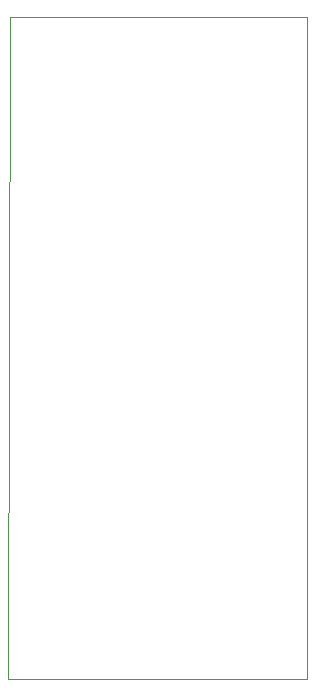
<source format=gbr>
%TF.GenerationSoftware,KiCad,Pcbnew,(6.0.6)*%
%TF.CreationDate,2022-08-26T12:21:53+07:00*%
%TF.ProjectId,test,74657374-2e6b-4696-9361-645f70636258,rev?*%
%TF.SameCoordinates,Original*%
%TF.FileFunction,Profile,NP*%
%FSLAX46Y46*%
G04 Gerber Fmt 4.6, Leading zero omitted, Abs format (unit mm)*
G04 Created by KiCad (PCBNEW (6.0.6)) date 2022-08-26 12:21:53*
%MOMM*%
%LPD*%
G01*
G04 APERTURE LIST*
%TA.AperFunction,Profile*%
%ADD10C,0.100000*%
%TD*%
G04 APERTURE END LIST*
D10*
X98044000Y-123317000D02*
X98171000Y-67310000D01*
X123317000Y-123317000D02*
X98044000Y-123317000D01*
X123317000Y-67310000D02*
X123317000Y-123317000D01*
X98171000Y-67310000D02*
X123317000Y-67310000D01*
M02*

</source>
